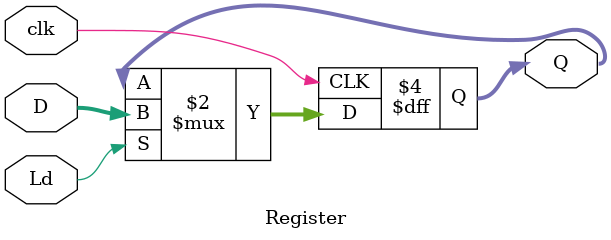
<source format=v>
module Register (
    output reg [31:0] Q, 
    input [31:0] D, 
    input clk, Ld
);

    always @ (posedge clk)
        if (Ld) Q <= D;

endmodule


</source>
